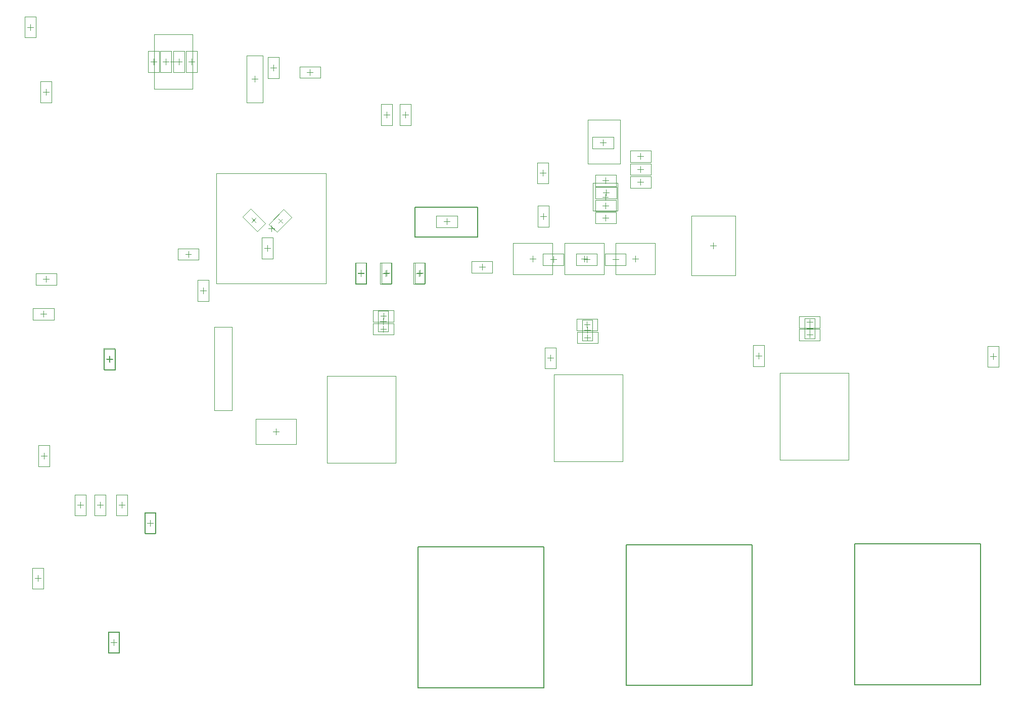
<source format=gbr>
%TF.GenerationSoftware,Altium Limited,Altium Designer,20.1.14 (287)*%
G04 Layer_Color=32768*
%FSLAX25Y25*%
%MOIN*%
%TF.SameCoordinates,420D9B4C-C7A0-47ED-81AF-82C992674030*%
%TF.FilePolarity,Positive*%
%TF.FileFunction,Other,Mechanical_15*%
%TF.Part,Single*%
G01*
G75*
%TA.AperFunction,NonConductor*%
%ADD61C,0.00787*%
%ADD94C,0.00197*%
%ADD95C,0.00394*%
D61*
X315760Y97457D02*
X398752D01*
Y4605D02*
Y97457D01*
X315760Y4605D02*
Y97457D01*
Y4605D02*
X398752D01*
X453248Y6105D02*
X536240D01*
X453248D02*
Y98957D01*
X536240Y6105D02*
Y98957D01*
X453248D02*
X536240D01*
X603760Y99457D02*
X686752D01*
Y6605D02*
Y99457D01*
X603760Y6605D02*
Y99457D01*
Y6605D02*
X686752D01*
X313831Y301713D02*
Y321398D01*
X355169D01*
Y301713D02*
Y321398D01*
X313831Y301713D02*
X355169D01*
D94*
X399260Y215110D02*
X406740D01*
X399260Y228890D02*
X406740D01*
Y215110D02*
Y228890D01*
X399260Y215110D02*
Y228890D01*
X61260Y83630D02*
X68740D01*
X61260Y69850D02*
X68740D01*
X61260D02*
Y83630D01*
X68740Y69850D02*
Y83630D01*
X351110Y278260D02*
Y285740D01*
X364890Y278260D02*
Y285740D01*
X351110D02*
X364890D01*
X351110Y278260D02*
X364890D01*
X536760Y216610D02*
X544240D01*
X536760Y230390D02*
X544240D01*
Y216610D02*
Y230390D01*
X536760Y216610D02*
Y230390D01*
X65260Y150610D02*
Y164390D01*
X72740Y150610D02*
Y164390D01*
X65260Y150610D02*
X72740D01*
X65260Y164390D02*
X72740D01*
X439110Y283260D02*
X452890D01*
X439110Y290740D02*
X452890D01*
X439110Y283260D02*
Y290740D01*
X452890Y283260D02*
Y290740D01*
X420110Y283260D02*
X433890D01*
X420110Y290740D02*
X433890D01*
X420110Y283260D02*
Y290740D01*
X433890Y283260D02*
Y290740D01*
X398110Y283260D02*
X411890D01*
X398110Y290740D02*
X411890D01*
X398110Y283260D02*
Y290740D01*
X411890Y283260D02*
Y290740D01*
X312760Y284650D02*
X320240D01*
X312760Y270870D02*
X320240D01*
X312760D02*
Y284650D01*
X320240Y270870D02*
Y284650D01*
X290760Y270870D02*
X298240D01*
X290760Y284650D02*
X298240D01*
Y270870D02*
Y284650D01*
X290760Y270870D02*
Y284650D01*
X237610Y414240D02*
X251390D01*
X237610Y406760D02*
X251390D01*
Y414240D01*
X237610Y406760D02*
Y414240D01*
X216760Y406610D02*
X224240D01*
X216760Y420390D02*
X224240D01*
Y406610D02*
Y420390D01*
X216760Y406610D02*
Y420390D01*
X378508Y297736D02*
X404492D01*
X378508Y277264D02*
Y297736D01*
Y277264D02*
X404492D01*
Y297728D01*
X446008Y297736D02*
X471992D01*
X446008Y277264D02*
Y297736D01*
Y277264D02*
X471992D01*
Y297728D01*
X438492Y277264D02*
Y297728D01*
X412508Y277264D02*
X438492D01*
X412508D02*
Y297736D01*
X438492D01*
X102260Y118110D02*
Y131890D01*
X109740Y118110D02*
Y131890D01*
X102260Y118110D02*
X109740D01*
X102260Y131890D02*
X109740D01*
X89260Y118110D02*
Y131890D01*
X96740Y118110D02*
Y131890D01*
X89260Y118110D02*
X96740D01*
X89260Y131890D02*
X96740D01*
X63610Y277740D02*
X77390D01*
X63610Y270260D02*
X77390D01*
X63610D02*
Y277740D01*
X77390Y270260D02*
Y277740D01*
X61870Y254740D02*
X75650D01*
X61870Y247260D02*
X75650D01*
X61870D02*
Y254740D01*
X75650Y247260D02*
Y254740D01*
X274260Y270870D02*
X281740D01*
X274260Y284650D02*
X281740D01*
Y270870D02*
Y284650D01*
X274260Y270870D02*
Y284650D01*
X469390Y334260D02*
Y341740D01*
X455610Y334260D02*
Y341740D01*
Y334260D02*
X469390D01*
X455610Y341740D02*
X469390D01*
X455610Y342760D02*
Y350240D01*
X469390Y342760D02*
Y350240D01*
X455610D02*
X469390D01*
X455610Y342760D02*
X469390D01*
X455610Y351260D02*
X469390D01*
X455610Y358740D02*
X469390D01*
Y351260D02*
Y358740D01*
X455610Y351260D02*
Y358740D01*
X691260Y216110D02*
Y229890D01*
X698740Y216110D02*
Y229890D01*
X691260D02*
X698740D01*
X691260Y216110D02*
X698740D01*
X141882Y399606D02*
X167118D01*
Y435394D01*
X141882Y399606D02*
Y435394D01*
X167118D01*
X154260Y410610D02*
Y424390D01*
X161740Y410610D02*
Y424390D01*
X154260D02*
X161740D01*
X154260Y410610D02*
X161740D01*
X162760D02*
Y424390D01*
X170240Y410610D02*
Y424390D01*
X162760D02*
X170240D01*
X162760Y410610D02*
X170240D01*
X145760D02*
Y424390D01*
X153240Y410610D02*
Y424390D01*
X145760D02*
X153240D01*
X145760Y410610D02*
X153240D01*
X137760D02*
Y424390D01*
X145240Y410610D02*
Y424390D01*
X137760D02*
X145240D01*
X137760Y410610D02*
X145240D01*
X199984Y315227D02*
X209727Y305484D01*
X205273Y320516D02*
X215017Y310773D01*
X199984Y315227D02*
X205273Y320516D01*
X209727Y305484D02*
X215017Y310773D01*
X217483Y310273D02*
X227227Y320017D01*
X222773Y304983D02*
X232517Y314727D01*
X227227Y320017D02*
X232517Y314727D01*
X217483Y310273D02*
X222773Y304983D01*
X220240Y287610D02*
Y301390D01*
X212760Y287610D02*
Y301390D01*
Y287610D02*
X220240D01*
X212760Y301390D02*
X220240D01*
X182780Y271280D02*
X255221D01*
X182780Y343721D02*
X255221D01*
X182780Y271280D02*
Y343721D01*
X255221Y271280D02*
Y343721D01*
X63740Y433370D02*
Y447150D01*
X56260Y433370D02*
Y447150D01*
Y433370D02*
X63740D01*
X56260Y447150D02*
X63740D01*
X567142Y233626D02*
Y241106D01*
X580921Y233626D02*
Y241106D01*
X567142Y233626D02*
X580921D01*
X567142Y241106D02*
X580921D01*
X580921Y241894D02*
Y249374D01*
X567142Y241894D02*
Y249374D01*
X580921D01*
X567142Y241894D02*
X580921D01*
X434130Y240260D02*
Y247740D01*
X420350Y240260D02*
Y247740D01*
X434130D01*
X420350Y240260D02*
X434130D01*
X420610Y231760D02*
Y239240D01*
X434390Y231760D02*
Y239240D01*
X420610Y231760D02*
X434390D01*
X420610Y239240D02*
X434390D01*
X299833Y245943D02*
Y253423D01*
X286053Y245943D02*
Y253423D01*
X299833D01*
X286053Y245943D02*
X299833D01*
X286034Y237443D02*
Y244923D01*
X299813Y237443D02*
Y244923D01*
X286034Y237443D02*
X299813D01*
X286034Y244923D02*
X299813D01*
X427772Y350016D02*
Y379150D01*
X449228D01*
Y350016D02*
Y379150D01*
X427772Y350016D02*
X449228D01*
X432610Y326240D02*
X446390D01*
X432610Y318760D02*
X446390D01*
Y326240D01*
X432610Y318760D02*
Y326240D01*
Y318240D02*
X446390D01*
X432610Y310760D02*
X446390D01*
Y318240D01*
X432610Y310760D02*
Y318240D01*
X432610Y335260D02*
X446390D01*
X432610Y342740D02*
X446390D01*
X432610Y335260D02*
Y342740D01*
X446390Y335260D02*
Y342740D01*
X432850Y334740D02*
X446630D01*
X432850Y327260D02*
X446630D01*
Y334740D01*
X432850Y327260D02*
Y334740D01*
X430870Y360260D02*
Y367740D01*
X444650Y360260D02*
Y367740D01*
X430870Y360260D02*
X444650D01*
X430870Y367740D02*
X444650D01*
X394760Y308610D02*
Y322390D01*
X402240Y308610D02*
Y322390D01*
X394760Y308610D02*
X402240D01*
X394760Y322390D02*
X402240D01*
X341630Y308260D02*
Y315740D01*
X327850Y308260D02*
Y315740D01*
X341630D01*
X327850Y308260D02*
X341630D01*
X170260Y273390D02*
X177740D01*
X170260Y259610D02*
X177740D01*
X170260D02*
Y273390D01*
X177740Y259610D02*
Y273390D01*
X116240Y214110D02*
Y227890D01*
X108760Y214110D02*
Y227890D01*
X116240D01*
X108760Y214110D02*
X116240D01*
X118740Y27610D02*
Y41390D01*
X111260Y27610D02*
Y41390D01*
Y27610D02*
X118740D01*
X111260Y41390D02*
X118740D01*
X142740Y106370D02*
Y120150D01*
X135260Y106370D02*
Y120150D01*
Y106370D02*
X142740D01*
X135260Y120150D02*
X142740D01*
X108260Y228390D02*
X115740D01*
X108260Y214610D02*
X115740D01*
X108260D02*
Y228390D01*
X115740Y214610D02*
Y228390D01*
X157370Y286760D02*
X171150D01*
X157370Y294240D02*
X171150D01*
Y286760D02*
Y294240D01*
X157370Y286760D02*
Y294240D01*
X394260Y337110D02*
X401740D01*
X394260Y350890D02*
X401740D01*
X394260Y337110D02*
Y350890D01*
X401740Y337110D02*
Y350890D01*
X495933Y276315D02*
X525067D01*
Y315685D01*
X495933D02*
X525067D01*
X495933Y276315D02*
Y315685D01*
X255862Y152760D02*
X301138D01*
Y210240D01*
X255862D02*
X301138D01*
X255862Y152760D02*
Y210240D01*
X66760Y390610D02*
X74240D01*
X66760Y404390D02*
X74240D01*
X66760Y390610D02*
Y404390D01*
X74240Y390610D02*
Y404390D01*
X291260Y375610D02*
X298740D01*
X291260Y389390D02*
X298740D01*
X291260Y375610D02*
Y389390D01*
X298740Y375610D02*
Y389390D01*
X303760Y375610D02*
X311240D01*
X303760Y389390D02*
X311240D01*
X303760Y375610D02*
Y389390D01*
X311240Y375610D02*
Y389390D01*
X116760Y131890D02*
X124240D01*
X116760Y118110D02*
X124240D01*
Y131890D01*
X116760Y118110D02*
Y131890D01*
X405362Y153760D02*
X450638D01*
Y211240D01*
X405362D02*
X450638D01*
X405362Y153760D02*
Y211240D01*
X554362Y154760D02*
X599638D01*
Y212240D01*
X554362D02*
X599638D01*
X554362Y154760D02*
Y212240D01*
X208656Y181768D02*
X235345D01*
X208656Y165232D02*
X235345D01*
X208656D02*
Y181768D01*
X235345Y165232D02*
Y181768D01*
X181370Y187500D02*
X193000D01*
X181370Y242382D02*
X193000D01*
X181370Y187500D02*
Y242382D01*
X193000Y187500D02*
Y242382D01*
X431189Y337476D02*
X447331D01*
X431189Y318972D02*
X447331D01*
Y337476D01*
X431189Y318972D02*
Y337476D01*
X213295Y390606D02*
Y421394D01*
X202705D02*
X213295D01*
X202705Y390606D02*
X213295D01*
X202705D02*
Y421394D01*
D95*
X403000Y220031D02*
Y223969D01*
X401031Y222000D02*
X404969D01*
X65000Y74772D02*
Y78709D01*
X63032Y76740D02*
X66969D01*
X356031Y282000D02*
X359968D01*
X358000Y280031D02*
Y283968D01*
X540500Y221532D02*
Y225468D01*
X538531Y223500D02*
X542469D01*
X67032Y157500D02*
X70969D01*
X69000Y155532D02*
Y159468D01*
X446000Y285032D02*
Y288968D01*
X444031Y287000D02*
X447968D01*
X427000Y285032D02*
Y288968D01*
X425032Y287000D02*
X428968D01*
X405000Y285032D02*
Y288968D01*
X403031Y287000D02*
X406968D01*
X316500Y275791D02*
Y279728D01*
X314531Y277760D02*
X318468D01*
X294500Y275791D02*
Y279728D01*
X292531Y277760D02*
X296468D01*
X244500Y408532D02*
Y412468D01*
X242531Y410500D02*
X246468D01*
X220500Y411531D02*
Y415469D01*
X218531Y413500D02*
X222468D01*
X389531Y287500D02*
X393468D01*
X391500Y285531D02*
Y289469D01*
X457031Y287500D02*
X460968D01*
X459000Y285531D02*
Y289469D01*
X425500Y285531D02*
Y289469D01*
X423531Y287500D02*
X427468D01*
X313653Y271209D02*
X320346D01*
X313653Y284791D02*
X320346D01*
X313653Y271209D02*
Y284791D01*
X320346Y271209D02*
Y284791D01*
X317000Y276031D02*
Y279969D01*
X315032Y278000D02*
X318969D01*
X291653Y284791D02*
X298346D01*
X291653Y271209D02*
X298346D01*
Y284791D01*
X291653Y271209D02*
Y284791D01*
X295000Y276031D02*
Y279969D01*
X293032Y278000D02*
X296969D01*
X570685Y234709D02*
X577378D01*
X570685Y248291D02*
X577378D01*
X570685Y234709D02*
Y248291D01*
X577378Y234709D02*
Y248291D01*
X574031Y239531D02*
Y243468D01*
X572063Y241500D02*
X576000D01*
X104032Y125000D02*
X107968D01*
X106000Y123031D02*
Y126969D01*
X91031Y125000D02*
X94968D01*
X93000Y123031D02*
Y126969D01*
X70500Y272031D02*
Y275969D01*
X68532Y274000D02*
X72469D01*
X68760Y249031D02*
Y252969D01*
X66791Y251000D02*
X70728D01*
X274654Y284791D02*
X281347D01*
X274654Y271209D02*
X281347D01*
Y284791D01*
X274654Y271209D02*
Y284791D01*
X278000Y276031D02*
Y279969D01*
X276031Y278000D02*
X279969D01*
X278000Y275791D02*
Y279728D01*
X276031Y277760D02*
X279969D01*
X460532Y338000D02*
X464468D01*
X462500Y336032D02*
Y339968D01*
X460532Y346500D02*
X464468D01*
X462500Y344531D02*
Y348468D01*
Y353031D02*
Y356968D01*
X460532Y355000D02*
X464468D01*
X111653Y27709D02*
X118347D01*
X111653Y41291D02*
X118347D01*
X111653Y27709D02*
Y41291D01*
X118347Y27709D02*
Y41291D01*
X115000Y32531D02*
Y36468D01*
X113031Y34500D02*
X116969D01*
X693032Y223000D02*
X696969D01*
X695000Y221031D02*
Y224969D01*
X152532Y417500D02*
X156468D01*
X154500Y415531D02*
Y419468D01*
X156032Y417500D02*
X159968D01*
X158000Y415531D02*
Y419468D01*
X164532Y417500D02*
X168468D01*
X166500Y415531D02*
Y419468D01*
X147531Y417500D02*
X151469D01*
X149500Y415531D02*
Y419468D01*
X139532Y417500D02*
X143468D01*
X141500Y415531D02*
Y419468D01*
X206108Y311608D02*
X208892Y314392D01*
X206108Y314392D02*
X208892Y311608D01*
X223608Y313892D02*
X226392Y311108D01*
X223608D02*
X226392Y313892D01*
X214531Y294500D02*
X218468D01*
X216500Y292531D02*
Y296468D01*
X219000Y305532D02*
Y309469D01*
X217032Y307500D02*
X220969D01*
X58031Y440260D02*
X61968D01*
X60000Y438291D02*
Y442228D01*
X572063Y237366D02*
X576000D01*
X574031Y235398D02*
Y239335D01*
X572063Y245634D02*
X576000D01*
X574031Y243665D02*
Y247602D01*
X425272Y244000D02*
X429209D01*
X427240Y242032D02*
Y245969D01*
X425531Y235500D02*
X429468D01*
X427500Y233531D02*
Y237469D01*
X290974Y249683D02*
X294911D01*
X292943Y247715D02*
Y251652D01*
X290955Y241183D02*
X294892D01*
X292923Y239215D02*
Y243152D01*
X439500Y320532D02*
Y324468D01*
X437532Y322500D02*
X441468D01*
X439500Y312531D02*
Y316469D01*
X437532Y314500D02*
X441468D01*
X439500Y337032D02*
Y340968D01*
X437532Y339000D02*
X441468D01*
X439740Y329031D02*
Y332968D01*
X437772Y331000D02*
X441709D01*
X435791Y364000D02*
X439728D01*
X437760Y362032D02*
Y365968D01*
X424154Y233575D02*
X430847D01*
X424154Y247158D02*
X430847D01*
X424154Y233575D02*
Y247158D01*
X430847Y233575D02*
Y247158D01*
X427500Y238398D02*
Y242335D01*
X425531Y240366D02*
X429468D01*
X289337Y239392D02*
X296029D01*
X289337Y252974D02*
X296029D01*
X289337Y239392D02*
Y252974D01*
X296029Y239392D02*
Y252974D01*
X292683Y244215D02*
Y248152D01*
X290715Y246183D02*
X294652D01*
X396532Y315500D02*
X400468D01*
X398500Y313531D02*
Y317469D01*
X332772Y312000D02*
X336709D01*
X334740Y310032D02*
Y313968D01*
X174000Y264531D02*
Y268468D01*
X172031Y266500D02*
X175969D01*
X110531Y221000D02*
X114469D01*
X112500Y219032D02*
Y222969D01*
X113031Y34500D02*
X116969D01*
X115000Y32531D02*
Y36468D01*
X137031Y113260D02*
X140969D01*
X139000Y111291D02*
Y115228D01*
X112000Y219531D02*
Y223468D01*
X110031Y221500D02*
X113969D01*
X137031Y113000D02*
X140969D01*
X139000Y111031D02*
Y114969D01*
X142347Y106209D02*
Y119791D01*
X135653Y106209D02*
Y119791D01*
X142347D01*
X135653Y106209D02*
X142347D01*
X164260Y288531D02*
Y292469D01*
X162291Y290500D02*
X166228D01*
X398000Y342032D02*
Y345969D01*
X396031Y344000D02*
X399969D01*
X508532Y296000D02*
X512468D01*
X510500Y294032D02*
Y297969D01*
X70500Y395532D02*
Y399468D01*
X68532Y397500D02*
X72469D01*
X295000Y380532D02*
Y384469D01*
X293032Y382500D02*
X296969D01*
X307500Y380532D02*
Y384469D01*
X305532Y382500D02*
X309469D01*
X120500Y123031D02*
Y126969D01*
X118532Y125000D02*
X122468D01*
X222000Y171531D02*
Y175469D01*
X220031Y173500D02*
X223969D01*
X439260Y326256D02*
Y330193D01*
X437291Y328224D02*
X441228D01*
X208000Y404032D02*
Y407969D01*
X206031Y406000D02*
X209968D01*
%TF.MD5,f3e77af8cb7b75e5f2d3701b0408ff20*%
M02*

</source>
